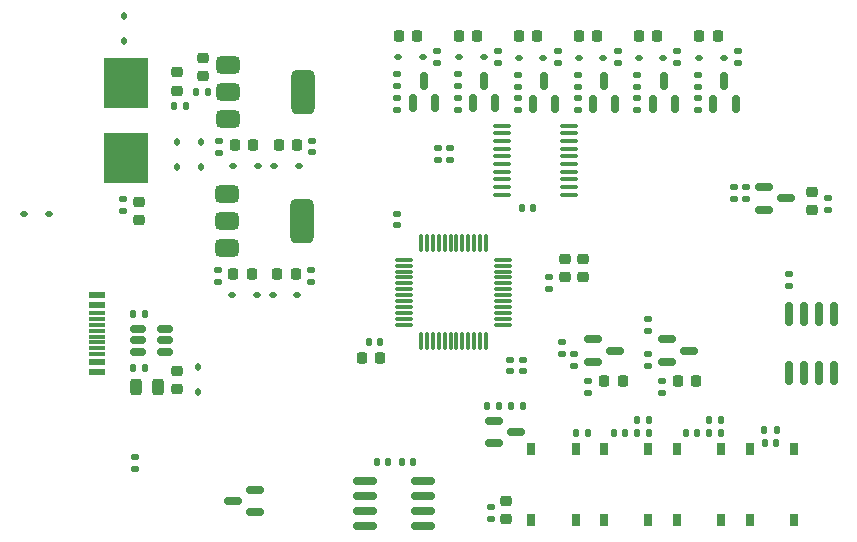
<source format=gbr>
%TF.GenerationSoftware,KiCad,Pcbnew,8.0.5*%
%TF.CreationDate,2024-10-04T16:45:10+08:00*%
%TF.ProjectId,Chao Recruit,4368616f-2052-4656-9372-7569742e6b69,rev?*%
%TF.SameCoordinates,Original*%
%TF.FileFunction,Paste,Top*%
%TF.FilePolarity,Positive*%
%FSLAX46Y46*%
G04 Gerber Fmt 4.6, Leading zero omitted, Abs format (unit mm)*
G04 Created by KiCad (PCBNEW 8.0.5) date 2024-10-04 16:45:10*
%MOMM*%
%LPD*%
G01*
G04 APERTURE LIST*
G04 Aperture macros list*
%AMRoundRect*
0 Rectangle with rounded corners*
0 $1 Rounding radius*
0 $2 $3 $4 $5 $6 $7 $8 $9 X,Y pos of 4 corners*
0 Add a 4 corners polygon primitive as box body*
4,1,4,$2,$3,$4,$5,$6,$7,$8,$9,$2,$3,0*
0 Add four circle primitives for the rounded corners*
1,1,$1+$1,$2,$3*
1,1,$1+$1,$4,$5*
1,1,$1+$1,$6,$7*
1,1,$1+$1,$8,$9*
0 Add four rect primitives between the rounded corners*
20,1,$1+$1,$2,$3,$4,$5,0*
20,1,$1+$1,$4,$5,$6,$7,0*
20,1,$1+$1,$6,$7,$8,$9,0*
20,1,$1+$1,$8,$9,$2,$3,0*%
G04 Aperture macros list end*
%ADD10RoundRect,0.112500X0.112500X-0.187500X0.112500X0.187500X-0.112500X0.187500X-0.112500X-0.187500X0*%
%ADD11RoundRect,0.140000X-0.170000X0.140000X-0.170000X-0.140000X0.170000X-0.140000X0.170000X0.140000X0*%
%ADD12RoundRect,0.218750X-0.218750X-0.256250X0.218750X-0.256250X0.218750X0.256250X-0.218750X0.256250X0*%
%ADD13RoundRect,0.135000X0.185000X-0.135000X0.185000X0.135000X-0.185000X0.135000X-0.185000X-0.135000X0*%
%ADD14RoundRect,0.135000X0.135000X0.185000X-0.135000X0.185000X-0.135000X-0.185000X0.135000X-0.185000X0*%
%ADD15RoundRect,0.135000X-0.135000X-0.185000X0.135000X-0.185000X0.135000X0.185000X-0.135000X0.185000X0*%
%ADD16RoundRect,0.140000X0.170000X-0.140000X0.170000X0.140000X-0.170000X0.140000X-0.170000X-0.140000X0*%
%ADD17RoundRect,0.150000X-0.587500X-0.150000X0.587500X-0.150000X0.587500X0.150000X-0.587500X0.150000X0*%
%ADD18RoundRect,0.140000X0.140000X0.170000X-0.140000X0.170000X-0.140000X-0.170000X0.140000X-0.170000X0*%
%ADD19RoundRect,0.375000X-0.625000X-0.375000X0.625000X-0.375000X0.625000X0.375000X-0.625000X0.375000X0*%
%ADD20RoundRect,0.500000X-0.500000X-1.400000X0.500000X-1.400000X0.500000X1.400000X-0.500000X1.400000X0*%
%ADD21RoundRect,0.218750X-0.256250X0.218750X-0.256250X-0.218750X0.256250X-0.218750X0.256250X0.218750X0*%
%ADD22R,0.750000X1.000000*%
%ADD23RoundRect,0.112500X-0.187500X-0.112500X0.187500X-0.112500X0.187500X0.112500X-0.187500X0.112500X0*%
%ADD24RoundRect,0.135000X-0.185000X0.135000X-0.185000X-0.135000X0.185000X-0.135000X0.185000X0.135000X0*%
%ADD25RoundRect,0.150000X-0.512500X-0.150000X0.512500X-0.150000X0.512500X0.150000X-0.512500X0.150000X0*%
%ADD26RoundRect,0.150000X0.150000X-0.587500X0.150000X0.587500X-0.150000X0.587500X-0.150000X-0.587500X0*%
%ADD27RoundRect,0.218750X0.218750X0.256250X-0.218750X0.256250X-0.218750X-0.256250X0.218750X-0.256250X0*%
%ADD28RoundRect,0.140000X-0.140000X-0.170000X0.140000X-0.170000X0.140000X0.170000X-0.140000X0.170000X0*%
%ADD29RoundRect,0.225000X0.225000X0.250000X-0.225000X0.250000X-0.225000X-0.250000X0.225000X-0.250000X0*%
%ADD30RoundRect,0.225000X-0.225000X-0.250000X0.225000X-0.250000X0.225000X0.250000X-0.225000X0.250000X0*%
%ADD31R,3.810000X4.240000*%
%ADD32RoundRect,0.112500X0.187500X0.112500X-0.187500X0.112500X-0.187500X-0.112500X0.187500X-0.112500X0*%
%ADD33RoundRect,0.150000X0.150000X-0.825000X0.150000X0.825000X-0.150000X0.825000X-0.150000X-0.825000X0*%
%ADD34RoundRect,0.218750X0.256250X-0.218750X0.256250X0.218750X-0.256250X0.218750X-0.256250X-0.218750X0*%
%ADD35RoundRect,0.112500X-0.112500X0.187500X-0.112500X-0.187500X0.112500X-0.187500X0.112500X0.187500X0*%
%ADD36RoundRect,0.225000X0.250000X-0.225000X0.250000X0.225000X-0.250000X0.225000X-0.250000X-0.225000X0*%
%ADD37RoundRect,0.075000X0.662500X0.075000X-0.662500X0.075000X-0.662500X-0.075000X0.662500X-0.075000X0*%
%ADD38RoundRect,0.075000X0.075000X0.662500X-0.075000X0.662500X-0.075000X-0.662500X0.075000X-0.662500X0*%
%ADD39RoundRect,0.243750X-0.243750X-0.456250X0.243750X-0.456250X0.243750X0.456250X-0.243750X0.456250X0*%
%ADD40RoundRect,0.150000X0.825000X0.150000X-0.825000X0.150000X-0.825000X-0.150000X0.825000X-0.150000X0*%
%ADD41RoundRect,0.100000X0.637500X0.100000X-0.637500X0.100000X-0.637500X-0.100000X0.637500X-0.100000X0*%
%ADD42R,1.450000X0.600000*%
%ADD43R,1.450000X0.300000*%
%ADD44RoundRect,0.150000X0.587500X0.150000X-0.587500X0.150000X-0.587500X-0.150000X0.587500X-0.150000X0*%
G04 APERTURE END LIST*
D10*
%TO.C,D301*%
X66725000Y-87200000D03*
X66725000Y-85100000D03*
%TD*%
D11*
%TO.C,C113*%
X68400000Y-76900000D03*
X68400000Y-77860000D03*
%TD*%
D12*
%TO.C,D210*%
X98970000Y-57090002D03*
X100545002Y-57090002D03*
%TD*%
D13*
%TO.C,R204*%
X112432081Y-59359998D03*
X112432081Y-58340000D03*
%TD*%
D14*
%TO.C,R107*%
X65694998Y-63000000D03*
X64675000Y-63000000D03*
%TD*%
D15*
%TO.C,R104*%
X114696667Y-90400002D03*
X115716665Y-90400002D03*
%TD*%
D16*
%TO.C,C102*%
X83618200Y-73100003D03*
X83618200Y-72140003D03*
%TD*%
D10*
%TO.C,D105*%
X64950001Y-68150000D03*
X64950001Y-66050000D03*
%TD*%
D17*
%TO.C,Q208*%
X114675000Y-69850000D03*
X114675000Y-71750000D03*
X116550001Y-70800000D03*
%TD*%
D18*
%TO.C,C103*%
X82168200Y-83000001D03*
X81208200Y-83000001D03*
%TD*%
D19*
%TO.C,U103*%
X69200001Y-70400000D03*
X69200002Y-72700000D03*
D20*
X75500000Y-72700000D03*
D19*
X69200001Y-75000000D03*
%TD*%
D21*
%TO.C,L101*%
X99368200Y-75925000D03*
X99368200Y-77500002D03*
%TD*%
D22*
%TO.C,SW101*%
X98716700Y-92000000D03*
X98716700Y-98000000D03*
X94966700Y-92000000D03*
X94966700Y-98000000D03*
%TD*%
D19*
%TO.C,U102*%
X69300001Y-59500000D03*
X69300002Y-61800000D03*
D20*
X75600000Y-61800000D03*
D19*
X69300001Y-64100000D03*
%TD*%
D23*
%TO.C,D109*%
X69600000Y-79000000D03*
X71700000Y-79000000D03*
%TD*%
D24*
%TO.C,R203*%
X98600000Y-83950000D03*
X98600000Y-84969998D03*
%TD*%
D13*
%TO.C,R202*%
X109044580Y-61359998D03*
X109044580Y-60340000D03*
%TD*%
D25*
%TO.C,U301*%
X61687500Y-81887500D03*
X61687500Y-82837500D03*
X61687500Y-83787500D03*
X63962500Y-83787500D03*
X63962500Y-82837500D03*
X63962500Y-81887500D03*
%TD*%
D26*
%TO.C,Q207*%
X95090418Y-62777499D03*
X96990418Y-62777499D03*
X96040418Y-60902498D03*
%TD*%
D23*
%TO.C,D106*%
X69700000Y-68050001D03*
X71800000Y-68050001D03*
%TD*%
D12*
%TO.C,D215*%
X88820000Y-57062501D03*
X90395002Y-57062501D03*
%TD*%
D11*
%TO.C,C101*%
X94268200Y-84470000D03*
X94268200Y-85430000D03*
%TD*%
D13*
%TO.C,R226*%
X92107501Y-59332499D03*
X92107501Y-58312501D03*
%TD*%
D27*
%TO.C,D204*%
X108937501Y-86250000D03*
X107362499Y-86250000D03*
%TD*%
D12*
%TO.C,D213*%
X93890418Y-57090000D03*
X95465420Y-57090000D03*
%TD*%
D28*
%TO.C,C204*%
X94162500Y-71625000D03*
X95122500Y-71625000D03*
%TD*%
D13*
%TO.C,R103*%
X88100000Y-67534999D03*
X88100000Y-66515001D03*
%TD*%
%TO.C,R221*%
X112078750Y-70822499D03*
X112078750Y-69802501D03*
%TD*%
D29*
%TO.C,C111*%
X75150000Y-66250000D03*
X73600000Y-66250000D03*
%TD*%
D13*
%TO.C,R216*%
X102257501Y-59360000D03*
X102257501Y-58340002D03*
%TD*%
D24*
%TO.C,R101*%
X87025000Y-66540001D03*
X87025000Y-67559999D03*
%TD*%
D15*
%TO.C,R232*%
X110006667Y-90700001D03*
X111026665Y-90700001D03*
%TD*%
D29*
%TO.C,C115*%
X75000000Y-77200000D03*
X73450000Y-77200000D03*
%TD*%
D26*
%TO.C,Q203*%
X105244580Y-62777501D03*
X107144580Y-62777501D03*
X106194580Y-60902500D03*
%TD*%
D30*
%TO.C,C114*%
X69725000Y-77200000D03*
X71275000Y-77200000D03*
%TD*%
D31*
%TO.C,F101*%
X60600000Y-61015000D03*
X60600000Y-67385000D03*
%TD*%
D24*
%TO.C,R217*%
X98870000Y-62320002D03*
X98870000Y-63340000D03*
%TD*%
%TO.C,R219*%
X120097499Y-70790002D03*
X120097499Y-71810000D03*
%TD*%
D11*
%TO.C,C104*%
X93118200Y-84470002D03*
X93118200Y-85430002D03*
%TD*%
D26*
%TO.C,Q210*%
X84920000Y-62737499D03*
X86820000Y-62737499D03*
X85870000Y-60862498D03*
%TD*%
D18*
%TO.C,C201*%
X102876666Y-90700001D03*
X101916666Y-90700001D03*
%TD*%
D13*
%TO.C,R207*%
X106000000Y-87259999D03*
X106000000Y-86240001D03*
%TD*%
D32*
%TO.C,D216*%
X85807501Y-58850000D03*
X83707501Y-58850000D03*
%TD*%
D13*
%TO.C,R501*%
X61400000Y-93709999D03*
X61400000Y-92690001D03*
%TD*%
D12*
%TO.C,D203*%
X109144580Y-57090000D03*
X110719582Y-57090000D03*
%TD*%
D33*
%TO.C,U201*%
X116745000Y-85575000D03*
X118015000Y-85575000D03*
X119285000Y-85575000D03*
X120555000Y-85575000D03*
X120555000Y-80625000D03*
X119285000Y-80625000D03*
X118015000Y-80625000D03*
X116745000Y-80625000D03*
%TD*%
D32*
%TO.C,D110*%
X75150000Y-79000000D03*
X73050000Y-79000000D03*
%TD*%
D24*
%TO.C,R102*%
X60400000Y-70840001D03*
X60400000Y-71859999D03*
%TD*%
D34*
%TO.C,D103*%
X61700000Y-72675002D03*
X61700000Y-71100000D03*
%TD*%
D12*
%TO.C,D217*%
X83720000Y-57050000D03*
X85295002Y-57050000D03*
%TD*%
D13*
%TO.C,R206*%
X97550000Y-83950000D03*
X97550000Y-82930002D03*
%TD*%
D32*
%TO.C,D101*%
X54100000Y-72150000D03*
X52000000Y-72150000D03*
%TD*%
D15*
%TO.C,R230*%
X103876669Y-90700002D03*
X104896667Y-90700002D03*
%TD*%
%TO.C,R105*%
X98700000Y-90700000D03*
X99719998Y-90700000D03*
%TD*%
D11*
%TO.C,C112*%
X76400001Y-65950001D03*
X76400001Y-66910001D03*
%TD*%
D12*
%TO.C,D207*%
X104044580Y-57090002D03*
X105619582Y-57090002D03*
%TD*%
D24*
%TO.C,R213*%
X91500000Y-96955004D03*
X91500000Y-97975002D03*
%TD*%
D15*
%TO.C,R215*%
X93230002Y-88350000D03*
X94250000Y-88350000D03*
%TD*%
D17*
%TO.C,Q204*%
X106450000Y-82750000D03*
X106450000Y-84650000D03*
X108325001Y-83700000D03*
%TD*%
D13*
%TO.C,R210*%
X107332081Y-59360000D03*
X107332081Y-58340002D03*
%TD*%
D24*
%TO.C,R234*%
X83620000Y-62280000D03*
X83620000Y-63299998D03*
%TD*%
D18*
%TO.C,C202*%
X109006665Y-90700002D03*
X108046665Y-90700002D03*
%TD*%
D30*
%TO.C,C110*%
X69850000Y-66250000D03*
X71400000Y-66250000D03*
%TD*%
D24*
%TO.C,R211*%
X103944580Y-62320002D03*
X103944580Y-63340000D03*
%TD*%
D21*
%TO.C,D208*%
X92850000Y-96400000D03*
X92850000Y-97975002D03*
%TD*%
D35*
%TO.C,D104*%
X66950001Y-66050000D03*
X66950001Y-68150000D03*
%TD*%
D13*
%TO.C,R201*%
X99750000Y-87259999D03*
X99750000Y-86240001D03*
%TD*%
D36*
%TO.C,C106*%
X97768200Y-77500003D03*
X97768200Y-75950003D03*
%TD*%
D21*
%TO.C,D211*%
X118712500Y-70237498D03*
X118712500Y-71812500D03*
%TD*%
D36*
%TO.C,C301*%
X64950000Y-86975000D03*
X64950000Y-85425000D03*
%TD*%
D11*
%TO.C,C107*%
X96468200Y-77500002D03*
X96468200Y-78460002D03*
%TD*%
D14*
%TO.C,R228*%
X104896666Y-89600000D03*
X103876668Y-89600000D03*
%TD*%
D13*
%TO.C,R233*%
X87007501Y-59319998D03*
X87007501Y-58300000D03*
%TD*%
%TO.C,R222*%
X97177919Y-59359998D03*
X97177919Y-58340000D03*
%TD*%
D18*
%TO.C,C108*%
X115696667Y-91500002D03*
X114736667Y-91500002D03*
%TD*%
D32*
%TO.C,D107*%
X75300001Y-68049999D03*
X73200001Y-68049999D03*
%TD*%
D37*
%TO.C,U101*%
X92530700Y-81500000D03*
X92530700Y-81000000D03*
X92530700Y-80500000D03*
X92530700Y-79999999D03*
X92530700Y-79500000D03*
X92530700Y-79000000D03*
X92530700Y-78500000D03*
X92530700Y-78000000D03*
X92530700Y-77500001D03*
X92530700Y-77000000D03*
X92530700Y-76500000D03*
X92530700Y-76000000D03*
D38*
X91118200Y-74587500D03*
X90618200Y-74587500D03*
X90118200Y-74587500D03*
X89618199Y-74587500D03*
X89118200Y-74587500D03*
X88618200Y-74587500D03*
X88118200Y-74587500D03*
X87618200Y-74587500D03*
X87118201Y-74587500D03*
X86618200Y-74587500D03*
X86118200Y-74587500D03*
X85618200Y-74587500D03*
D37*
X84205700Y-76000000D03*
X84205700Y-76500000D03*
X84205700Y-77000000D03*
X84205700Y-77500001D03*
X84205700Y-78000000D03*
X84205700Y-78500000D03*
X84205700Y-79000000D03*
X84205700Y-79500000D03*
X84205700Y-79999999D03*
X84205700Y-80500000D03*
X84205700Y-81000000D03*
X84205700Y-81500000D03*
D38*
X85618200Y-82912500D03*
X86118200Y-82912500D03*
X86618200Y-82912500D03*
X87118201Y-82912500D03*
X87618200Y-82912500D03*
X88118200Y-82912500D03*
X88618200Y-82912500D03*
X89118200Y-82912500D03*
X89618199Y-82912500D03*
X90118200Y-82912500D03*
X90618200Y-82912500D03*
X91118200Y-82912500D03*
%TD*%
D39*
%TO.C,F301*%
X61487499Y-86750000D03*
X63362501Y-86750000D03*
%TD*%
D28*
%TO.C,C502*%
X81870001Y-93100000D03*
X82830001Y-93100000D03*
%TD*%
D13*
%TO.C,R225*%
X88720000Y-61332499D03*
X88720000Y-60312501D03*
%TD*%
D24*
%TO.C,R223*%
X93790418Y-62320000D03*
X93790418Y-63339998D03*
%TD*%
D13*
%TO.C,R231*%
X83620000Y-61319998D03*
X83620000Y-60300000D03*
%TD*%
D14*
%TO.C,R229*%
X111026665Y-89600000D03*
X110006667Y-89600000D03*
%TD*%
D15*
%TO.C,R302*%
X61205002Y-85125000D03*
X62225000Y-85125000D03*
%TD*%
D29*
%TO.C,C105*%
X82168200Y-84300002D03*
X80618200Y-84300002D03*
%TD*%
D40*
%TO.C,U501*%
X85825000Y-98504999D03*
X85825000Y-97234999D03*
X85825000Y-95964999D03*
X85825000Y-94694999D03*
X80875000Y-94694999D03*
X80875000Y-95964999D03*
X80875000Y-97234999D03*
X80875000Y-98504999D03*
%TD*%
D13*
%TO.C,R224*%
X113128750Y-70822499D03*
X113128750Y-69802501D03*
%TD*%
D32*
%TO.C,D209*%
X101057501Y-58890002D03*
X98957501Y-58890002D03*
%TD*%
D22*
%TO.C,SW202*%
X111033333Y-92000000D03*
X111033333Y-98000000D03*
X107283333Y-92000000D03*
X107283333Y-98000000D03*
%TD*%
%TO.C,SW201*%
X104875000Y-92000000D03*
X104875000Y-98000000D03*
X101125000Y-92000000D03*
X101125000Y-98000000D03*
%TD*%
D17*
%TO.C,Q206*%
X91802503Y-89649999D03*
X91802503Y-91549999D03*
X93677504Y-90599999D03*
%TD*%
D13*
%TO.C,R214*%
X98870000Y-61360000D03*
X98870000Y-60340002D03*
%TD*%
D10*
%TO.C,D206*%
X60500000Y-57500000D03*
X60500000Y-55400000D03*
%TD*%
D24*
%TO.C,R227*%
X88720000Y-62292501D03*
X88720000Y-63312499D03*
%TD*%
D21*
%TO.C,D111*%
X64975000Y-60137499D03*
X64975000Y-61712501D03*
%TD*%
D11*
%TO.C,C109*%
X68500000Y-65970000D03*
X68500000Y-66930000D03*
%TD*%
D17*
%TO.C,Q202*%
X100200000Y-82750000D03*
X100200000Y-84650000D03*
X102075001Y-83700000D03*
%TD*%
D13*
%TO.C,R208*%
X103944580Y-61360000D03*
X103944580Y-60340002D03*
%TD*%
D26*
%TO.C,Q201*%
X110344580Y-62777499D03*
X112244580Y-62777499D03*
X111294580Y-60902498D03*
%TD*%
D21*
%TO.C,D108*%
X67150001Y-58900000D03*
X67150001Y-60475002D03*
%TD*%
D16*
%TO.C,C203*%
X116750000Y-78205000D03*
X116750000Y-77245000D03*
%TD*%
D26*
%TO.C,Q205*%
X100170000Y-62777501D03*
X102070000Y-62777501D03*
X101120000Y-60902500D03*
%TD*%
D32*
%TO.C,D214*%
X90907501Y-58862501D03*
X88807501Y-58862501D03*
%TD*%
%TO.C,D205*%
X106132081Y-58890002D03*
X104032081Y-58890002D03*
%TD*%
D41*
%TO.C,U202*%
X98175000Y-70500000D03*
X98175000Y-69850000D03*
X98175000Y-69200000D03*
X98175000Y-68550000D03*
X98175000Y-67900000D03*
X98175000Y-67250000D03*
X98175000Y-66600000D03*
X98175000Y-65950000D03*
X98175000Y-65300000D03*
X98175000Y-64650000D03*
X92450000Y-64650000D03*
X92450000Y-65300000D03*
X92450000Y-65950000D03*
X92450000Y-66600000D03*
X92450000Y-67250000D03*
X92450000Y-67900000D03*
X92450000Y-68550000D03*
X92450000Y-69200000D03*
X92450000Y-69850000D03*
X92450000Y-70500000D03*
%TD*%
D11*
%TO.C,C116*%
X76300000Y-76900000D03*
X76300000Y-77860000D03*
%TD*%
D24*
%TO.C,R205*%
X109044580Y-62320000D03*
X109044580Y-63339998D03*
%TD*%
D13*
%TO.C,R212*%
X104850000Y-82009999D03*
X104850000Y-80990001D03*
%TD*%
D28*
%TO.C,C501*%
X84020001Y-93100000D03*
X84980001Y-93100000D03*
%TD*%
D24*
%TO.C,R209*%
X104850000Y-83950000D03*
X104850000Y-84969998D03*
%TD*%
D13*
%TO.C,R220*%
X93790418Y-61359998D03*
X93790418Y-60340000D03*
%TD*%
D27*
%TO.C,D201*%
X102687501Y-86250000D03*
X101112499Y-86250000D03*
%TD*%
D32*
%TO.C,D212*%
X95977919Y-58890000D03*
X93877919Y-58890000D03*
%TD*%
D42*
%TO.C,J301*%
X58145000Y-79000000D03*
X58145000Y-79799999D03*
D43*
X58144999Y-81000000D03*
X58145000Y-82000000D03*
X58145000Y-82500000D03*
X58144999Y-83500000D03*
D42*
X58145000Y-84700001D03*
X58145000Y-85500000D03*
X58145000Y-85500000D03*
X58145000Y-84700001D03*
D43*
X58145000Y-84000000D03*
X58145000Y-83000000D03*
X58145000Y-81500000D03*
X58145000Y-80500000D03*
D42*
X58145000Y-79799999D03*
X58145000Y-79000000D03*
%TD*%
D14*
%TO.C,R106*%
X67560000Y-61800000D03*
X66540002Y-61800000D03*
%TD*%
D22*
%TO.C,SW102*%
X117191666Y-92000000D03*
X117191666Y-98000000D03*
X113441666Y-92000000D03*
X113441666Y-98000000D03*
%TD*%
D44*
%TO.C,D501*%
X71587500Y-97400000D03*
X71587500Y-95500000D03*
X69712499Y-96450000D03*
%TD*%
D15*
%TO.C,R301*%
X61200000Y-80575000D03*
X62220000Y-80575000D03*
%TD*%
D14*
%TO.C,R218*%
X92260000Y-88350000D03*
X91240002Y-88350000D03*
%TD*%
D26*
%TO.C,Q209*%
X90020000Y-62750000D03*
X91920000Y-62750000D03*
X90970000Y-60874999D03*
%TD*%
D32*
%TO.C,D202*%
X111232081Y-58890000D03*
X109132081Y-58890000D03*
%TD*%
M02*

</source>
